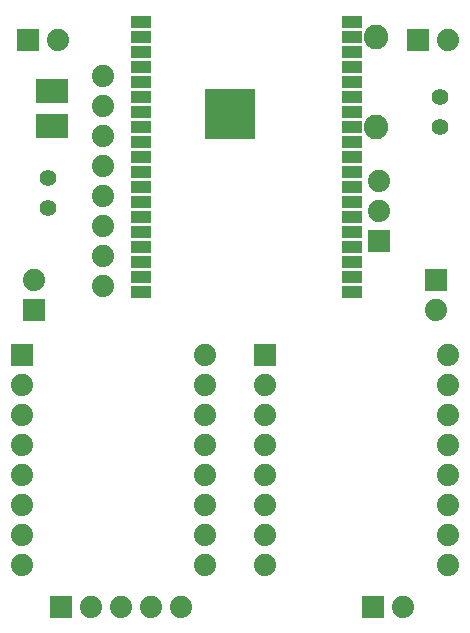
<source format=gts>
G04 ---------------------------- Layer name :TOP SOLDER LAYER*
G04 EasyEDA v5.6.15, Thu, 02 Aug 2018 18:58:32 GMT*
G04 c1dd2be7df344d0ea50767cdd4af59ce*
G04 Gerber Generator version 0.2*
G04 Scale: 100 percent, Rotated: No, Reflected: No *
G04 Dimensions in inches *
G04 leading zeros omitted , absolute positions ,2 integer and 4 decimal *
%FSLAX24Y24*%
%MOIN*%
G90*
G70D02*

%ADD13R,0.067276X0.043433*%
%ADD14R,0.165480X0.165480*%
%ADD15R,0.110362X0.078866*%
%ADD16R,0.074000X0.074000*%
%ADD17C,0.074000*%
%ADD18C,0.082000*%
%ADD19C,0.055000*%

%LPD*%
G54D13*
G01X4771Y20200D03*
G01X4771Y19700D03*
G01X4771Y19200D03*
G01X4771Y18700D03*
G01X4771Y18200D03*
G01X4771Y17700D03*
G01X4771Y17200D03*
G01X4771Y16700D03*
G01X4771Y16200D03*
G01X4771Y15700D03*
G01X4771Y15200D03*
G01X4771Y14700D03*
G01X4771Y14200D03*
G01X4771Y13700D03*
G01X4771Y13200D03*
G01X4771Y12700D03*
G01X4771Y12200D03*
G01X4771Y11700D03*
G01X4771Y11200D03*
G01X11781Y20200D03*
G01X11781Y19700D03*
G01X11781Y19200D03*
G01X11781Y18700D03*
G01X11781Y18200D03*
G01X11781Y17700D03*
G01X11781Y17200D03*
G01X11781Y16700D03*
G01X11781Y16200D03*
G01X11781Y15700D03*
G01X11781Y15200D03*
G01X11781Y14700D03*
G01X11781Y14200D03*
G01X11781Y13700D03*
G01X11781Y13200D03*
G01X11781Y12700D03*
G01X11781Y12200D03*
G01X11781Y11700D03*
G01X11781Y11200D03*
G54D14*
G01X7734Y17132D03*
G54D16*
G01X800Y9100D03*
G54D17*
G01X6900Y9100D03*
G01X800Y8100D03*
G01X800Y7100D03*
G01X800Y6100D03*
G01X800Y5100D03*
G01X800Y4100D03*
G01X800Y3100D03*
G01X800Y2100D03*
G01X6900Y8100D03*
G01X6900Y7100D03*
G01X6900Y6100D03*
G01X6900Y5100D03*
G01X6900Y4100D03*
G01X6900Y3100D03*
G01X6900Y2100D03*
G54D16*
G01X8900Y9100D03*
G54D17*
G01X15000Y9100D03*
G01X8900Y8100D03*
G01X8900Y7100D03*
G01X8900Y6100D03*
G01X8900Y5100D03*
G01X8900Y4100D03*
G01X8900Y3100D03*
G01X8900Y2100D03*
G01X15000Y8100D03*
G01X15000Y7100D03*
G01X15000Y6100D03*
G01X15000Y5100D03*
G01X15000Y4100D03*
G01X15000Y3100D03*
G01X15000Y2100D03*
G54D16*
G01X1000Y19600D03*
G54D17*
G01X2000Y19600D03*
G54D16*
G01X1200Y10600D03*
G54D17*
G01X1200Y11600D03*
G54D16*
G01X14000Y19600D03*
G54D17*
G01X15000Y19600D03*
G54D16*
G01X14600Y11600D03*
G54D17*
G01X14600Y10600D03*
G54D16*
G01X12500Y700D03*
G54D17*
G01X13500Y700D03*
G54D15*
G01X1800Y17900D03*
G01X1800Y16717D03*
G54D18*
G01X12600Y19700D03*
G01X12600Y16700D03*
G54D19*
G01X14730Y16690D03*
G01X14730Y17690D03*
G01X1669Y15009D03*
G01X1669Y14009D03*
G54D17*
G01X3500Y18400D03*
G01X3500Y17400D03*
G01X3500Y16400D03*
G01X3500Y15400D03*
G01X3500Y14400D03*
G01X3500Y13400D03*
G01X3500Y12400D03*
G01X3500Y11400D03*
G01X12700Y14900D03*
G01X12700Y13900D03*
G54D16*
G01X12700Y12900D03*
G01X2100Y700D03*
G54D17*
G01X3100Y700D03*
G01X4100Y700D03*
G01X5100Y700D03*
G01X6100Y700D03*
M00*
M02*

</source>
